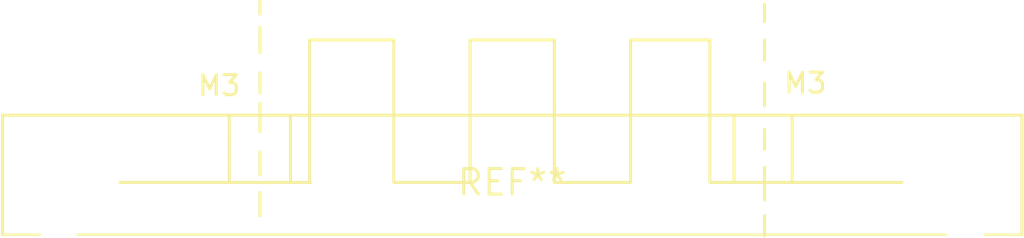
<source format=kicad_pcb>
(kicad_pcb (version 20240108) (generator pcbnew)
  (layers (0 "F.Cu" signal) (31 "B.Cu" signal) (34 "B.Paste" user) (35 "F.Paste" user) (36 "B.SilkS" user "B.Silkscreen") (37 "F.SilkS" user "F.Silkscreen") (38 "B.Mask" user) (39 "F.Mask" user) (44 "Edge.Cuts" user))
  (net 0 "")
  (footprint "Heatsink_SheetType_50x7mm_2Fixations" (layer "F.Cu") (at 0 0)
    (property "Reference" "REF**")
    (property "Value" "Heatsink_SheetType_50x7mm_2Fixations")
    (fp_line (start -25.4 -3.35) (end -25.4 2.6) (layer "F.SilkS") (stroke (width 0.15)))
    (fp_line (start -25.4 2.6) (end -23.55 2.6) (layer "F.SilkS") (stroke (width 0.12)))
    (fp_line (start -21.65 2.6) (end 21.6 2.6) (layer "F.SilkS") (stroke (width 0.12)))
    (fp_line (start -14.1 -3.35) (end -14.097 0) (layer "F.SilkS") (stroke (width 0.15)))
    (fp_line (start -12.573 -9.017) (end -12.573 -8.382) (layer "F.SilkS") (stroke (width 0.15)))
    (fp_line (start -12.573 -7.747) (end -12.573 -6.477) (layer "F.SilkS") (stroke (width 0.15)))
    (fp_line (start -12.573 -5.461) (end -12.573 -4.445) (layer "F.SilkS") (stroke (width 0.15)))
    (fp_line (start -12.573 -3.937) (end -12.573 -2.54) (layer "F.SilkS") (stroke (width 0.15)))
    (fp_line (start -12.573 -1.524) (end -12.573 -0.381) (layer "F.SilkS") (stroke (width 0.15)))
    (fp_line (start -12.573 0.508) (end -12.573 1.651) (layer "F.SilkS") (stroke (width 0.15)))
    (fp_line (start -11.05 -3.35) (end -11.049 0) (layer "F.SilkS") (stroke (width 0.15)))
    (fp_line (start -10.1 -7.1) (end -10.1 0) (layer "F.SilkS") (stroke (width 0.15)))
    (fp_line (start -10.033 0) (end -19.558 0) (layer "F.SilkS") (stroke (width 0.15)))
    (fp_line (start -5.9 -7.1) (end -10.1 -7.1) (layer "F.SilkS") (stroke (width 0.15)))
    (fp_line (start -5.9 -7.1) (end -5.9 0) (layer "F.SilkS") (stroke (width 0.15)))
    (fp_line (start -2.1 -7.1) (end -2.1 0) (layer "F.SilkS") (stroke (width 0.15)))
    (fp_line (start -2.1 0) (end -5.9 0) (layer "F.SilkS") (stroke (width 0.15)))
    (fp_line (start 2.1 -7.1) (end -2.1 -7.1) (layer "F.SilkS") (stroke (width 0.15)))
    (fp_line (start 2.1 -7.1) (end 2.1 0) (layer "F.SilkS") (stroke (width 0.15)))
    (fp_line (start 5.9 -7.1) (end 5.9 0) (layer "F.SilkS") (stroke (width 0.15)))
    (fp_line (start 5.9 0) (end 2.1 0) (layer "F.SilkS") (stroke (width 0.15)))
    (fp_line (start 9.85 -7.1) (end 5.9 -7.1) (layer "F.SilkS") (stroke (width 0.15)))
    (fp_line (start 9.85 -7.1) (end 9.85 0) (layer "F.SilkS") (stroke (width 0.15)))
    (fp_line (start 11.05 -3.35) (end 11.05 0) (layer "F.SilkS") (stroke (width 0.15)))
    (fp_line (start 12.573 -8.89) (end 12.573 -8.001) (layer "F.SilkS") (stroke (width 0.15)))
    (fp_line (start 12.573 -7.112) (end 12.573 -6.096) (layer "F.SilkS") (stroke (width 0.15)))
    (fp_line (start 12.573 -4.953) (end 12.573 -3.81) (layer "F.SilkS") (stroke (width 0.15)))
    (fp_line (start 12.573 -2.667) (end 12.573 -1.651) (layer "F.SilkS") (stroke (width 0.15)))
    (fp_line (start 12.573 -0.762) (end 12.573 0.889) (layer "F.SilkS") (stroke (width 0.15)))
    (fp_line (start 12.573 1.651) (end 12.573 2.667) (layer "F.SilkS") (stroke (width 0.15)))
    (fp_line (start 13.95 -3.35) (end 13.95 0) (layer "F.SilkS") (stroke (width 0.15)))
    (fp_line (start 13.97 0) (end 9.906 0) (layer "F.SilkS") (stroke (width 0.15)))
    (fp_line (start 13.97 0) (end 19.431 0) (layer "F.SilkS") (stroke (width 0.15)))
    (fp_line (start 25.4 -3.35) (end -25.4 -3.35) (layer "F.SilkS") (stroke (width 0.15)))
    (fp_line (start 25.4 2.6) (end 23.55 2.6) (layer "F.SilkS") (stroke (width 0.12)))
    (fp_line (start 25.4 2.6) (end 25.4 -3.35) (layer "F.SilkS") (stroke (width 0.15)))
    (fp_text user "M3" (at -14.605 -4.826 0) (layer "F.SilkS"))
    (fp_text user "M3" (at 14.605 -4.953 0) (layer "F.SilkS"))
    (pad "1" thru_hole circle (at -22.606 0) (size 5.00126 5.00126) (drill 2.49936) (layers *.Cu *.Mask) (remove_unused_layers))
    (pad "1" thru_hole circle (at 22.606 0) (size 5.00126 5.00126) (drill 2.49936) (layers *.Cu *.Mask) (remove_unused_layers))
  )
)
</source>
